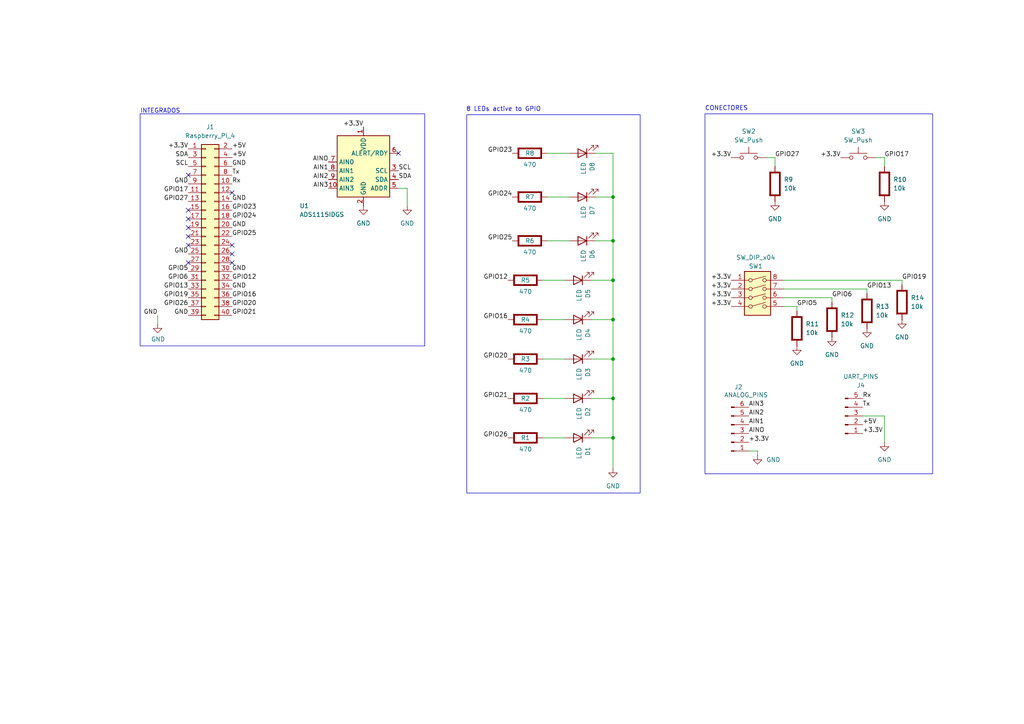
<source format=kicad_sch>
(kicad_sch (version 20231120) (generator "eeschema") (generator_version "8.0")
  (paper "A4")
  (lib_symbols
    (symbol "Analog_ADC:ADS1115IDGS"
      (property "Reference" "U1" (at -18.542 -10.16 0))
      (property "Value" "ADS1115IDGS" (at -18.542 -12.7 0))
      (symbol "ADS1115IDGS_0_1"
        (rectangle (start -7.62 10.16) (end 7.62 -7.62) (stroke (width 0.254)) (fill (type background)))
      )
      (symbol "ADS1115IDGS_1_1"
        (pin power_in line (at 0 12.7 270) (length 2.54) (name "VDD") (number "1"))
        (pin input line (at -10.16 -5.08 0) (length 2.54) (name "AIN3") (number "10"))
        (pin power_in line (at 0 -10.16 90) (length 2.54) (name "GND") (number "2"))
        (pin input line (at 10.16 0 180) (length 2.54) (name "SCL") (number "3"))
        (pin bidirectional line (at 10.16 -2.54 180) (length 2.54) (name "SDA") (number "4"))
        (pin input line (at 10.16 -5.08 180) (length 2.54) (name "ADDR") (number "5"))
        (pin output line (at 10.16 5.08 180) (length 2.54) (name "ALERT/RDY") (number "6"))
        (pin input line (at -10.16 2.54 0) (length 2.54) (name "AIN0") (number "7"))
        (pin input line (at -10.16 0 0) (length 2.54) (name "AIN1") (number "8"))
        (pin input line (at -10.16 -2.54 0) (length 2.54) (name "AIN2") (number "9"))
      )
    )
    (symbol "Connector:Conn_01x05_Pin" (pin_names (offset 1.016) hide)
      (property "Reference" "J" (at 0 7.62 0))
      (property "Value" "Conn_01x05_Pin" (at 0 -7.62 0))
      (symbol "Conn_01x05_Pin_1_1"
        (polyline (pts (xy 1.27 -5.08) (xy 0.8636 -5.08)) (stroke (width 0.1524)))
        (polyline (pts (xy 1.27 -2.54) (xy 0.8636 -2.54)) (stroke (width 0.1524)))
        (polyline (pts (xy 1.27 0) (xy 0.8636 0)) (stroke (width 0.1524)))
        (polyline (pts (xy 1.27 2.54) (xy 0.8636 2.54)) (stroke (width 0.1524)))
        (polyline (pts (xy 1.27 5.08) (xy 0.8636 5.08)) (stroke (width 0.1524)))
        (rectangle (start 0.8636 -4.953) (end 0 -5.207) (stroke (width 0.1524)) (fill (type outline)))
        (rectangle (start 0.8636 -2.413) (end 0 -2.667) (stroke (width 0.1524)) (fill (type outline)))
        (rectangle (start 0.8636 0.127) (end 0 -0.127) (stroke (width 0.1524)) (fill (type outline)))
        (rectangle (start 0.8636 2.667) (end 0 2.413) (stroke (width 0.1524)) (fill (type outline)))
        (rectangle (start 0.8636 5.207) (end 0 4.953) (stroke (width 0.1524)) (fill (type outline)))
        (pin passive line (at 5.08 5.08 180) (length 3.81) (name "Pin_1") (number "1"))
        (pin passive line (at 5.08 2.54 180) (length 3.81) (name "Pin_2") (number "2"))
        (pin passive line (at 5.08 0 180) (length 3.81) (name "Pin_3") (number "3"))
        (pin passive line (at 5.08 -2.54 180) (length 3.81) (name "Pin_4") (number "4"))
        (pin passive line (at 5.08 -5.08 180) (length 3.81) (name "Pin_5") (number "5"))
      )
    )
    (symbol "Connector:Conn_01x06_Pin" (pin_names (offset 1.016) hide)
      (property "Reference" "J" (at 0 7.62 0))
      (property "Value" "Conn_01x06_Pin" (at 0 -10.16 0))
      (symbol "Conn_01x06_Pin_1_1"
        (polyline (pts (xy 1.27 -7.62) (xy 0.8636 -7.62)) (stroke (width 0.1524)))
        (polyline (pts (xy 1.27 -5.08) (xy 0.8636 -5.08)) (stroke (width 0.1524)))
        (polyline (pts (xy 1.27 -2.54) (xy 0.8636 -2.54)) (stroke (width 0.1524)))
        (polyline (pts (xy 1.27 0) (xy 0.8636 0)) (stroke (width 0.1524)))
        (polyline (pts (xy 1.27 2.54) (xy 0.8636 2.54)) (stroke (width 0.1524)))
        (polyline (pts (xy 1.27 5.08) (xy 0.8636 5.08)) (stroke (width 0.1524)))
        (rectangle (start 0.8636 -7.493) (end 0 -7.747) (stroke (width 0.1524)) (fill (type outline)))
        (rectangle (start 0.8636 -4.953) (end 0 -5.207) (stroke (width 0.1524)) (fill (type outline)))
        (rectangle (start 0.8636 -2.413) (end 0 -2.667) (stroke (width 0.1524)) (fill (type outline)))
        (rectangle (start 0.8636 0.127) (end 0 -0.127) (stroke (width 0.1524)) (fill (type outline)))
        (rectangle (start 0.8636 2.667) (end 0 2.413) (stroke (width 0.1524)) (fill (type outline)))
        (rectangle (start 0.8636 5.207) (end 0 4.953) (stroke (width 0.1524)) (fill (type outline)))
        (pin passive line (at 5.08 5.08 180) (length 3.81) (name "Pin_1") (number "1"))
        (pin passive line (at 5.08 2.54 180) (length 3.81) (name "Pin_2") (number "2"))
        (pin passive line (at 5.08 0 180) (length 3.81) (name "Pin_3") (number "3"))
        (pin passive line (at 5.08 -2.54 180) (length 3.81) (name "Pin_4") (number "4"))
        (pin passive line (at 5.08 -5.08 180) (length 3.81) (name "Pin_5") (number "5"))
        (pin passive line (at 5.08 -7.62 180) (length 3.81) (name "Pin_6") (number "6"))
      )
    )
    (symbol "Connector_Generic:Conn_02x20_Odd_Even" (pin_names (offset 1.016) hide)
      (property "Reference" "J" (at 1.27 25.4 0))
      (property "Value" "Conn_02x20_Odd_Even" (at 1.27 -27.94 0))
      (symbol "Conn_02x20_Odd_Even_1_1"
        (rectangle (start -1.27 -25.273) (end 0 -25.527) (stroke (width 0.1524)))
        (rectangle (start -1.27 -22.733) (end 0 -22.987) (stroke (width 0.1524)))
        (rectangle (start -1.27 -20.193) (end 0 -20.447) (stroke (width 0.1524)))
        (rectangle (start -1.27 -17.653) (end 0 -17.907) (stroke (width 0.1524)))
        (rectangle (start -1.27 -15.113) (end 0 -15.367) (stroke (width 0.1524)))
        (rectangle (start -1.27 -12.573) (end 0 -12.827) (stroke (width 0.1524)))
        (rectangle (start -1.27 -10.033) (end 0 -10.287) (stroke (width 0.1524)))
        (rectangle (start -1.27 -7.493) (end 0 -7.747) (stroke (width 0.1524)))
        (rectangle (start -1.27 -4.953) (end 0 -5.207) (stroke (width 0.1524)))
        (rectangle (start -1.27 -2.413) (end 0 -2.667) (stroke (width 0.1524)))
        (rectangle (start -1.27 0.127) (end 0 -0.127) (stroke (width 0.1524)))
        (rectangle (start -1.27 2.667) (end 0 2.413) (stroke (width 0.1524)))
        (rectangle (start -1.27 5.207) (end 0 4.953) (stroke (width 0.1524)))
        (rectangle (start -1.27 7.747) (end 0 7.493) (stroke (width 0.1524)))
        (rectangle (start -1.27 10.287) (end 0 10.033) (stroke (width 0.1524)))
        (rectangle (start -1.27 12.827) (end 0 12.573) (stroke (width 0.1524)))
        (rectangle (start -1.27 15.367) (end 0 15.113) (stroke (width 0.1524)))
        (rectangle (start -1.27 17.907) (end 0 17.653) (stroke (width 0.1524)))
        (rectangle (start -1.27 20.447) (end 0 20.193) (stroke (width 0.1524)))
        (rectangle (start -1.27 22.987) (end 0 22.733) (stroke (width 0.1524)))
        (rectangle (start -1.27 24.13) (end 3.81 -26.67) (stroke (width 0.254)) (fill (type background)))
        (rectangle (start 3.81 -25.273) (end 2.54 -25.527) (stroke (width 0.1524)))
        (rectangle (start 3.81 -22.733) (end 2.54 -22.987) (stroke (width 0.1524)))
        (rectangle (start 3.81 -20.193) (end 2.54 -20.447) (stroke (width 0.1524)))
        (rectangle (start 3.81 -17.653) (end 2.54 -17.907) (stroke (width 0.1524)))
        (rectangle (start 3.81 -15.113) (end 2.54 -15.367) (stroke (width 0.1524)))
        (rectangle (start 3.81 -12.573) (end 2.54 -12.827) (stroke (width 0.1524)))
        (rectangle (start 3.81 -10.033) (end 2.54 -10.287) (stroke (width 0.1524)))
        (rectangle (start 3.81 -7.493) (end 2.54 -7.747) (stroke (width 0.1524)))
        (rectangle (start 3.81 -4.953) (end 2.54 -5.207) (stroke (width 0.1524)))
        (rectangle (start 3.81 -2.413) (end 2.54 -2.667) (stroke (width 0.1524)))
        (rectangle (start 3.81 0.127) (end 2.54 -0.127) (stroke (width 0.1524)))
        (rectangle (start 3.81 2.667) (end 2.54 2.413) (stroke (width 0.1524)))
        (rectangle (start 3.81 5.207) (end 2.54 4.953) (stroke (width 0.1524)))
        (rectangle (start 3.81 7.747) (end 2.54 7.493) (stroke (width 0.1524)))
        (rectangle (start 3.81 10.287) (end 2.54 10.033) (stroke (width 0.1524)))
        (rectangle (start 3.81 12.827) (end 2.54 12.573) (stroke (width 0.1524)))
        (rectangle (start 3.81 15.367) (end 2.54 15.113) (stroke (width 0.1524)))
        (rectangle (start 3.81 17.907) (end 2.54 17.653) (stroke (width 0.1524)))
        (rectangle (start 3.81 20.447) (end 2.54 20.193) (stroke (width 0.1524)))
        (rectangle (start 3.81 22.987) (end 2.54 22.733) (stroke (width 0.1524)))
        (pin passive line (at -5.08 22.86 0) (length 3.81) (name "Pin_1") (number "1"))
        (pin passive line (at 7.62 12.7 180) (length 3.81) (name "Pin_10") (number "10"))
        (pin passive line (at -5.08 10.16 0) (length 3.81) (name "Pin_11") (number "11"))
        (pin passive line (at 7.62 10.16 180) (length 3.81) (name "Pin_12") (number "12"))
        (pin passive line (at -5.08 7.62 0) (length 3.81) (name "Pin_13") (number "13"))
        (pin passive line (at 7.62 7.62 180) (length 3.81) (name "Pin_14") (number "14"))
        (pin passive line (at -5.08 5.08 0) (length 3.81) (name "Pin_15") (number "15"))
        (pin passive line (at 7.62 5.08 180) (length 3.81) (name "Pin_16") (number "16"))
        (pin passive line (at -5.08 2.54 0) (length 3.81) (name "Pin_17") (number "17"))
        (pin passive line (at 7.62 2.54 180) (length 3.81) (name "Pin_18") (number "18"))
        (pin passive line (at -5.08 0 0) (length 3.81) (name "Pin_19") (number "19"))
        (pin passive line (at 7.62 22.86 180) (length 3.81) (name "Pin_2") (number "2"))
        (pin passive line (at 7.62 0 180) (length 3.81) (name "Pin_20") (number "20"))
        (pin passive line (at -5.08 -2.54 0) (length 3.81) (name "Pin_21") (number "21"))
        (pin passive line (at 7.62 -2.54 180) (length 3.81) (name "Pin_22") (number "22"))
        (pin passive line (at -5.08 -5.08 0) (length 3.81) (name "Pin_23") (number "23"))
        (pin passive line (at 7.62 -5.08 180) (length 3.81) (name "Pin_24") (number "24"))
        (pin passive line (at -5.08 -7.62 0) (length 3.81) (name "Pin_25") (number "25"))
        (pin passive line (at 7.62 -7.62 180) (length 3.81) (name "Pin_26") (number "26"))
        (pin passive line (at -5.08 -10.16 0) (length 3.81) (name "Pin_27") (number "27"))
        (pin passive line (at 7.62 -10.16 180) (length 3.81) (name "Pin_28") (number "28"))
        (pin passive line (at -5.08 -12.7 0) (length 3.81) (name "Pin_29") (number "29"))
        (pin passive line (at -5.08 20.32 0) (length 3.81) (name "Pin_3") (number "3"))
        (pin passive line (at 7.62 -12.7 180) (length 3.81) (name "Pin_30") (number "30"))
        (pin passive line (at -5.08 -15.24 0) (length 3.81) (name "Pin_31") (number "31"))
        (pin passive line (at 7.62 -15.24 180) (length 3.81) (name "Pin_32") (number "32"))
        (pin passive line (at -5.08 -17.78 0) (length 3.81) (name "Pin_33") (number "33"))
        (pin passive line (at 7.62 -17.78 180) (length 3.81) (name "Pin_34") (number "34"))
        (pin passive line (at -5.08 -20.32 0) (length 3.81) (name "Pin_35") (number "35"))
        (pin passive line (at 7.62 -20.32 180) (length 3.81) (name "Pin_36") (number "36"))
        (pin passive line (at -5.08 -22.86 0) (length 3.81) (name "Pin_37") (number "37"))
        (pin passive line (at 7.62 -22.86 180) (length 3.81) (name "Pin_38") (number "38"))
        (pin passive line (at -5.08 -25.4 0) (length 3.81) (name "Pin_39") (number "39"))
        (pin passive line (at 7.62 20.32 180) (length 3.81) (name "Pin_4") (number "4"))
        (pin passive line (at 7.62 -25.4 180) (length 3.81) (name "Pin_40") (number "40"))
        (pin passive line (at -5.08 17.78 0) (length 3.81) (name "Pin_5") (number "5"))
        (pin passive line (at 7.62 17.78 180) (length 3.81) (name "Pin_6") (number "6"))
        (pin passive line (at -5.08 15.24 0) (length 3.81) (name "Pin_7") (number "7"))
        (pin passive line (at 7.62 15.24 180) (length 3.81) (name "Pin_8") (number "8"))
        (pin passive line (at -5.08 12.7 0) (length 3.81) (name "Pin_9") (number "9"))
      )
    )
    (symbol "Device:LED" (pin_numbers hide) (pin_names (offset 1.016) hide)
      (property "Reference" "D" (at 0 2.54 0))
      (property "Value" "LED" (at 0 -2.54 0))
      (symbol "LED_0_1"
        (polyline (pts (xy -1.27 -1.27) (xy -1.27 1.27)) (stroke (width 0.254)))
        (polyline (pts (xy -1.27 0) (xy 1.27 0)))
        (polyline (pts (xy 1.27 -1.27) (xy 1.27 1.27) (xy -1.27 0) (xy 1.27 -1.27)) (stroke (width 0.254)))
        (polyline (pts (xy -3.048 -0.762) (xy -4.572 -2.286) (xy -3.81 -2.286) (xy -4.572 -2.286) (xy -4.572 -1.524)))
        (polyline (pts (xy -1.778 -0.762) (xy -3.302 -2.286) (xy -2.54 -2.286) (xy -3.302 -2.286) (xy -3.302 -1.524)))
      )
      (symbol "LED_1_1"
        (pin passive line (at -3.81 0 0) (length 2.54) (name "K") (number "1"))
        (pin passive line (at 3.81 0 180) (length 2.54) (name "A") (number "2"))
      )
    )
    (symbol "GND_1" (power) (pin_numbers hide) (pin_names (offset 0) hide)
      (property "Value" "GND" (at 0 -3.81 0))
      (symbol "GND_1_0_1"
        (polyline (pts (xy 0 0) (xy 0 -1.27) (xy 1.27 -1.27) (xy 0 -2.54) (xy -1.27 -1.27) (xy 0 -1.27)))
      )
      (symbol "GND_1_1_1"
        (pin power_in line (at 0 0 270) (length 0) (name "~") (number "1"))
      )
    )
    (symbol "PCM_Elektuur:R" (pin_numbers hide) (pin_names (offset 0) hide)
      (property "Reference" "R" (at 2.54 3.175 0))
      (property "Value" "R" (at 0 0 90))
      (symbol "R_1_1"
        (polyline (pts (xy -1.524 -3.429) (xy 1.524 -3.429) (xy 1.524 3.429) (xy -1.524 3.429) (xy -1.524 -3.429) (xy -1.27 -3.175) (xy -1.27 3.175) (xy 1.27 3.175) (xy 1.27 -3.175) (xy -1.27 -3.175) (xy -1.524 -3.429)) (stroke (width 0.254)) (fill (type outline)))
        (pin passive line (at 0 5.08 270) (length 1.651) (name "+") (number "1"))
        (pin passive line (at 0 -5.08 90) (length 1.651) (name "-") (number "2"))
      )
      (symbol "R_1_2"
        (polyline (pts (xy -0.508 -3.429) (xy 1.524 -3.429) (xy 1.524 3.429) (xy -0.508 3.429) (xy -0.508 3.175) (xy 1.27 3.175) (xy 1.27 -3.175) (xy -0.508 -3.175) (xy -0.508 -3.429)) (stroke (width 0.254)) (fill (type outline)))
        (pin passive line (at 0 5.08 270) (length 1.651) (name "+") (number "1"))
        (pin passive line (at 0 -5.08 90) (length 1.651) (name "-") (number "2"))
      )
      (symbol "R_1_3"
        (polyline (pts (xy 0 3.4798) (xy 0 3.2004) (xy 0.7112 2.794) (xy -1.1938 1.6764) (xy 0.7112 0.5588) (xy -1.1938 -0.5588) (xy 0.7112 -1.6764) (xy -1.1938 -2.794) (xy 0 -3.4798) (xy 0 -3.2004) (xy -0.7112 -2.794) (xy 1.1938 -1.6764) (xy -0.7112 -0.5588) (xy 1.1938 0.5588) (xy -0.7112 1.6764) (xy 1.1938 2.794) (xy 0 3.4798)) (stroke (width 0.254)) (fill (type outline)))
        (pin passive line (at 0 5.08 270) (length 1.6002) (name "+") (number "1"))
        (pin passive line (at 0 -5.08 90) (length 1.6002) (name "-") (number "2"))
      )
      (symbol "R_1_4"
        (polyline (pts (xy 0 4.5466) (xy 0 4.2672) (xy 0.0508 4.2418) (xy 1.016 3.683) (xy -1.524 2.2098) (xy 1.016 0.7366) (xy -1.524 -0.7366) (xy 1.016 -2.2098) (xy -1.524 -3.683) (xy -0.0762 -4.5212) (xy 0 -4.5466) (xy 0 -4.2672) (xy -0.0508 -4.2418) (xy -1.016 -3.683) (xy 1.524 -2.2098) (xy -1.016 -0.7366) (xy 1.524 0.7366) (xy -1.016 2.2098) (xy 1.524 3.683) (xy 0.0762 4.5212) (xy 0 4.5466)) (stroke (width 0.254)) (fill (type outline)))
        (pin passive line (at 0 5.08 270) (length 0.5334) (name "+") (number "1"))
        (pin passive line (at 0 -5.08 90) (length 0.5334) (name "-") (number "2"))
      )
    )
    (symbol "Switch:SW_DIP_x04" (pin_names (offset 0) hide)
      (property "Reference" "SW" (at 0 8.89 0))
      (property "Value" "SW_DIP_x04" (at 0 -6.35 0))
      (symbol "SW_DIP_x04_0_0"
        (circle (center -2.032 -2.54) (radius 0.508))
        (circle (center -2.032 0) (radius 0.508))
        (circle (center -2.032 2.54) (radius 0.508))
        (circle (center -2.032 5.08) (radius 0.508))
        (polyline (pts (xy -1.524 -2.3876) (xy 2.3622 -1.3462)))
        (polyline (pts (xy -1.524 0.127) (xy 2.3622 1.1684)))
        (polyline (pts (xy -1.524 2.667) (xy 2.3622 3.7084)))
        (polyline (pts (xy -1.524 5.207) (xy 2.3622 6.2484)))
        (circle (center 2.032 -2.54) (radius 0.508))
        (circle (center 2.032 0) (radius 0.508))
        (circle (center 2.032 2.54) (radius 0.508))
        (circle (center 2.032 5.08) (radius 0.508))
      )
      (symbol "SW_DIP_x04_0_1"
        (rectangle (start -3.81 7.62) (end 3.81 -5.08) (stroke (width 0.254)) (fill (type background)))
      )
      (symbol "SW_DIP_x04_1_1"
        (pin passive line (at -7.62 5.08 0) (length 5.08) (name "~") (number "1"))
        (pin passive line (at -7.62 2.54 0) (length 5.08) (name "~") (number "2"))
        (pin passive line (at -7.62 0 0) (length 5.08) (name "~") (number "3"))
        (pin passive line (at -7.62 -2.54 0) (length 5.08) (name "~") (number "4"))
        (pin passive line (at 7.62 -2.54 180) (length 5.08) (name "~") (number "5"))
        (pin passive line (at 7.62 0 180) (length 5.08) (name "~") (number "6"))
        (pin passive line (at 7.62 2.54 180) (length 5.08) (name "~") (number "7"))
        (pin passive line (at 7.62 5.08 180) (length 5.08) (name "~") (number "8"))
      )
    )
    (symbol "Switch:SW_Push" (pin_numbers hide) (pin_names (offset 1.016) hide)
      (property "Reference" "SW" (at 1.27 2.54 0))
      (property "Value" "SW_Push" (at 0 -1.524 0))
      (symbol "SW_Push_0_1"
        (circle (center -2.032 0) (radius 0.508))
        (polyline (pts (xy 0 1.27) (xy 0 3.048)))
        (polyline (pts (xy 2.54 1.27) (xy -2.54 1.27)))
        (circle (center 2.032 0) (radius 0.508))
        (pin passive line (at -5.08 0 0) (length 2.54) (name "1") (number "1"))
        (pin passive line (at 5.08 0 180) (length 2.54) (name "2") (number "2"))
      )
    )
    (symbol "power:GND" (power) (pin_names (offset 0))
      (property "Value" "GND" (at 0 -3.81 0))
      (symbol "GND_0_1"
        (polyline (pts (xy 0 0) (xy 0 -1.27) (xy 1.27 -1.27) (xy 0 -2.54) (xy -1.27 -1.27) (xy 0 -1.27)))
      )
      (symbol "GND_1_1"
        (pin power_in line (at 0 0 270) (length 0) hide (name "GND") (number "1"))
      )
    )
  )
  (junction (at 177.8 69.85))
  (junction (at 177.8 127))
  (junction (at 177.8 81.28))
  (junction (at 177.8 92.71))
  (junction (at 177.8 104.14))
  (junction (at 177.8 115.57))
  (junction (at 177.8 57.15))
  (no_connect (at 115.57 44.45))
  (no_connect (at 54.61 63.5))
  (no_connect (at 67.31 73.66))
  (no_connect (at 54.61 66.04))
  (no_connect (at 54.61 76.2))
  (no_connect (at 67.31 76.2))
  (no_connect (at 54.61 71.12))
  (no_connect (at 67.31 71.12))
  (no_connect (at 54.61 60.96))
  (no_connect (at 67.31 55.88))
  (no_connect (at 54.61 68.58))
  (no_connect (at 54.61 50.8))
  (wire (pts (xy 256.54 48.26) (xy 256.54 45.72)))
  (wire (pts (xy 224.79 45.72) (xy 222.25 45.72)))
  (wire (pts (xy 171.45 81.28) (xy 177.8 81.28)))
  (wire (pts (xy 177.8 92.71) (xy 177.8 104.14)))
  (wire (pts (xy 217.17 130.81) (xy 219.71 130.81)))
  (wire (pts (xy 231.14 88.9) (xy 231.14 90.17)))
  (wire (pts (xy 171.45 127) (xy 177.8 127)))
  (wire (pts (xy 177.8 115.57) (xy 177.8 127)))
  (wire (pts (xy 157.48 92.71) (xy 163.83 92.71)))
  (wire (pts (xy 172.72 57.15) (xy 177.8 57.15)))
  (wire (pts (xy 227.33 83.82) (xy 251.46 83.82)))
  (wire (pts (xy 227.33 86.36) (xy 241.3 86.36)))
  (wire (pts (xy 177.8 57.15) (xy 177.8 69.85)))
  (wire (pts (xy 251.46 83.82) (xy 251.46 85.09)))
  (wire (pts (xy 171.45 92.71) (xy 177.8 92.71)))
  (wire (pts (xy 171.45 115.57) (xy 177.8 115.57)))
  (wire (pts (xy 177.8 69.85) (xy 177.8 81.28)))
  (wire (pts (xy 227.33 81.28) (xy 261.62 81.28)))
  (wire (pts (xy 45.72 91.44) (xy 45.72 93.98)))
  (wire (pts (xy 157.48 115.57) (xy 163.83 115.57)))
  (wire (pts (xy 172.72 69.85) (xy 177.8 69.85)))
  (wire (pts (xy 177.8 57.15) (xy 177.8 44.45)))
  (wire (pts (xy 115.57 54.61) (xy 118.11 54.61)))
  (wire (pts (xy 219.71 130.81) (xy 219.71 132.08)))
  (wire (pts (xy 261.62 81.28) (xy 261.62 82.55)))
  (wire (pts (xy 227.33 88.9) (xy 231.14 88.9)))
  (wire (pts (xy 177.8 104.14) (xy 177.8 115.57)))
  (wire (pts (xy 158.75 69.85) (xy 165.1 69.85)))
  (wire (pts (xy 177.8 44.45) (xy 172.72 44.45)))
  (wire (pts (xy 118.11 54.61) (xy 118.11 59.69)))
  (wire (pts (xy 256.54 45.72) (xy 254 45.72)))
  (wire (pts (xy 256.54 120.65) (xy 256.54 128.27)))
  (wire (pts (xy 177.8 127) (xy 177.8 135.89)))
  (wire (pts (xy 157.48 81.28) (xy 163.83 81.28)))
  (wire (pts (xy 158.75 57.15) (xy 165.1 57.15)))
  (wire (pts (xy 171.45 104.14) (xy 177.8 104.14)))
  (wire (pts (xy 241.3 86.36) (xy 241.3 87.63)))
  (wire (pts (xy 250.19 120.65) (xy 256.54 120.65)))
  (wire (pts (xy 177.8 81.28) (xy 177.8 92.71)))
  (wire (pts (xy 224.79 48.26) (xy 224.79 45.72)))
  (wire (pts (xy 158.75 44.45) (xy 165.1 44.45)))
  (wire (pts (xy 157.48 127) (xy 163.83 127)))
  (wire (pts (xy 157.48 104.14) (xy 163.83 104.14)))
  (rectangle (start 40.64 33.02) (end 123.19 100.33))
  (rectangle (start 135.382 33.274) (end 185.674 143.002))
  (rectangle (start 204.47 33.02) (end 270.51 137.414))
  (text "8 LEDs active to GPIO\n" (at 146.05 31.75 0) (effects (font (size 1.27 1.27))))
  (text "CONECTORES" (at 204.47 32.258 0) (effects (font (size 1.27 1.27)) (justify left bottom)))
  (text "INTEGRADOS" (at 40.64 33.02 0) (effects (font (size 1.27 1.27)) (justify left bottom)))
  (label "+5V" (at 250.19 123.19 0))
  (label "SCL" (at 115.57 49.53 0))
  (label "AIN3" (at 95.25 54.61 180))
  (label "AIN2" (at 95.25 52.07 180))
  (label "GPIO16" (at 147.32 92.71 180))
  (label "GPIO19" (at 54.61 86.36 180))
  (label "+3.3V" (at 105.41 36.83 180))
  (label "GPIO17" (at 256.54 45.72 0))
  (label "AIN3" (at 217.17 118.11 0))
  (label "GPIO19" (at 261.62 81.28 0))
  (label "GND" (at 67.31 48.26 0))
  (label "GPIO6" (at 54.61 81.28 180))
  (label "AIN2" (at 217.17 120.65 0))
  (label "GPIO24" (at 148.59 57.15 180))
  (label "AINO" (at 217.17 125.73 0))
  (label "+5V" (at 67.31 45.72 0))
  (label "GPIO27" (at 224.79 45.72 0))
  (label "GND" (at 54.61 53.34 180))
  (label "GPIO25" (at 67.31 68.58 0))
  (label "GND" (at 67.31 83.82 0))
  (label "+3.3V" (at 54.61 43.18 180))
  (label "GPIO5" (at 231.14 88.9 0))
  (label "+3.3V" (at 212.09 81.28 180))
  (label "GPIO25" (at 148.59 69.85 180))
  (label "GND" (at 67.31 78.74 0))
  (label "Rx" (at 67.31 53.34 0))
  (label "+3.3V" (at 217.17 128.27 0))
  (label "GND" (at 67.31 66.04 0))
  (label "GND" (at 45.72 91.44 180))
  (label "Rx" (at 250.19 115.57 0))
  (label "GPIO20" (at 147.32 104.14 180))
  (label "GND" (at 54.61 91.44 180))
  (label "SDA" (at 115.57 52.07 0))
  (label "SCL" (at 54.61 48.26 180))
  (label "GPIO5" (at 54.61 78.74 180))
  (label "GPIO23" (at 67.31 60.96 0))
  (label "GPIO13" (at 251.46 83.82 0))
  (label "AINO" (at 95.25 46.99 180))
  (label "+3.3V" (at 212.09 88.9 180))
  (label "GPIO21" (at 67.31 91.44 0))
  (label "Tx" (at 67.31 50.8 0))
  (label "Tx" (at 250.19 118.11 0))
  (label "AIN1" (at 217.17 123.19 0))
  (label "SDA" (at 54.61 45.72 180))
  (label "+3.3V" (at 212.09 83.82 180))
  (label "AIN1" (at 95.25 49.53 180))
  (label "GND" (at 67.31 58.42 0))
  (label "+5V" (at 67.31 43.18 0))
  (label "+3.3V" (at 250.19 125.73 0))
  (label "GPIO17" (at 54.61 55.88 180))
  (label "GPIO23" (at 148.59 44.45 180))
  (label "GPIO27" (at 54.61 58.42 180))
  (label "GPIO24" (at 67.31 63.5 0))
  (label "+3.3V" (at 243.84 45.72 180))
  (label "GPIO16" (at 67.31 86.36 0))
  (label "GPIO12" (at 147.32 81.28 180))
  (label "GPIO12" (at 67.31 81.28 0))
  (label "+3.3V" (at 212.09 45.72 180))
  (label "GPIO13" (at 54.61 83.82 180))
  (label "+3.3V" (at 212.09 86.36 180))
  (label "GPIO21" (at 147.32 115.57 180))
  (label "GPIO26" (at 54.61 88.9 180))
  (label "GPIO6" (at 241.3 86.36 0))
  (label "GPIO26" (at 147.32 127 180))
  (label "GPIO20" (at 67.31 88.9 0))
  (label "GND" (at 54.61 73.66 180))
  (symbol (lib_name "GND_1") (lib_id "power:GND") (at 118.11 59.69 0) (unit 1)
    (property "Reference" "#PWR011" (effects (hide yes)))
    (property "Value" "GND" (at 118.11 64.77 0))
    (property "Description" "Power symbol creates a global label with name \"GND\" , ground" (effects (hide yes)))
  )
  (symbol (lib_name "GND_1") (lib_id "power:GND") (at 251.46 95.25 0) (unit 1)
    (property "Reference" "#PWR07" (effects (hide yes)))
    (property "Value" "GND" (at 251.46 100.33 0))
    (property "Description" "Power symbol creates a global label with name \"GND\" , ground" (effects (hide yes)))
  )
  (symbol (lib_name "GND_1") (lib_id "power:GND") (at 177.8 135.89 0) (unit 1)
    (property "Reference" "#PWR02" (effects (hide yes)))
    (property "Value" "GND" (at 177.8 140.97 0))
    (property "Description" "Power symbol creates a global label with name \"GND\" , ground" (effects (hide yes)))
  )
  (symbol (lib_name "GND_1") (lib_id "power:GND") (at 105.41 59.69 0) (unit 1)
    (property "Reference" "#PWR09" (effects (hide yes)))
    (property "Value" "GND" (at 105.41 64.77 0))
    (property "Description" "Power symbol creates a global label with name \"GND\" , ground" (effects (hide yes)))
  )
  (symbol (lib_id "PCM_Elektuur:R") (at 152.4 127 270) (unit 1)
    (property "Reference" "R1" (at 152.4 127 90))
    (property "Value" "470" (at 152.4 130.302 90))
    (property "Footprint" "Resistor_THT:R_Axial_DIN0207_L6.3mm_D2.5mm_P7.62mm_Horizontal" (effects (hide yes)))
    (property "Description" "resistor" (effects (hide yes)))
    (property "Indicator" "+" (effects (hide yes)))
    (property "Rating" "W" (effects (hide yes)))
  )
  (symbol (lib_id "PCM_Elektuur:R") (at 152.4 104.14 270) (unit 1)
    (property "Reference" "R3" (at 152.4 104.14 90))
    (property "Value" "470" (at 152.4 107.442 90))
    (property "Footprint" "Resistor_THT:R_Axial_DIN0207_L6.3mm_D2.5mm_P7.62mm_Horizontal" (effects (hide yes)))
    (property "Description" "resistor" (effects (hide yes)))
    (property "Indicator" "+" (effects (hide yes)))
    (property "Rating" "W" (effects (hide yes)))
  )
  (symbol (lib_id "Connector:Conn_01x05_Pin") (at 245.11 120.65 0) (mirror x) (unit 1)
    (property "Reference" "J4" (at 249.682 111.76 0))
    (property "Value" "UART_PINS" (at 249.682 109.22 0))
    (property "Footprint" "Connector_PinSocket_2.54mm:PinSocket_1x05_P2.54mm_Vertical" (effects (hide yes)))
    (property "Description" "Generic connector, single row, 01x05, script generated" (effects (hide yes)))
  )
  (symbol (lib_id "PCM_Elektuur:R") (at 152.4 81.28 270) (unit 1)
    (property "Reference" "R5" (at 152.4 81.28 90))
    (property "Value" "470" (at 152.4 84.582 90))
    (property "Footprint" "Resistor_THT:R_Axial_DIN0207_L6.3mm_D2.5mm_P7.62mm_Horizontal" (effects (hide yes)))
    (property "Description" "resistor" (effects (hide yes)))
    (property "Indicator" "+" (effects (hide yes)))
    (property "Rating" "W" (effects (hide yes)))
  )
  (symbol (lib_id "Connector:Conn_01x06_Pin") (at 212.09 125.73 0) (mirror x) (unit 1)
    (property "Reference" "J2" (at 215.392 112.268 0) (effects (justify right)))
    (property "Value" "ANALOG_PINS" (at 222.758 114.554 0) (effects (justify right)))
    (property "Footprint" "Connector_PinSocket_2.54mm:PinSocket_1x06_P2.54mm_Vertical" (effects (hide yes)))
    (property "Description" "Generic connector, single row, 01x06, script generated" (effects (hide yes)))
  )
  (symbol (lib_id "PCM_Elektuur:R") (at 153.67 69.85 270) (unit 1)
    (property "Reference" "R6" (at 153.67 69.85 90))
    (property "Value" "470" (at 153.67 73.152 90))
    (property "Footprint" "Resistor_THT:R_Axial_DIN0207_L6.3mm_D2.5mm_P7.62mm_Horizontal" (effects (hide yes)))
    (property "Description" "resistor" (effects (hide yes)))
    (property "Indicator" "+" (effects (hide yes)))
    (property "Rating" "W" (effects (hide yes)))
  )
  (symbol (lib_id "PCM_Elektuur:R") (at 152.4 115.57 270) (unit 1)
    (property "Reference" "R2" (at 152.4 115.57 90))
    (property "Value" "470" (at 152.4 118.872 90))
    (property "Footprint" "Resistor_THT:R_Axial_DIN0207_L6.3mm_D2.5mm_P7.62mm_Horizontal" (effects (hide yes)))
    (property "Description" "resistor" (effects (hide yes)))
    (property "Indicator" "+" (effects (hide yes)))
    (property "Rating" "W" (effects (hide yes)))
  )
  (symbol (lib_id "Switch:SW_Push") (at 217.17 45.72 0) (unit 1)
    (property "Reference" "SW2" (at 217.17 38.1 0))
    (property "Value" "SW_Push" (at 217.17 40.64 0))
    (property "Footprint" "Button_Switch_THT:SW_PUSH_6mm_H9.5mm" (effects (hide yes)))
    (property "Description" "Push button switch, generic, two pins" (effects (hide yes)))
  )
  (symbol (lib_id "PCM_Elektuur:R") (at 153.67 44.45 270) (unit 1)
    (property "Reference" "R8" (at 153.67 44.45 90))
    (property "Value" "470" (at 153.67 47.752 90))
    (property "Footprint" "Resistor_THT:R_Axial_DIN0207_L6.3mm_D2.5mm_P7.62mm_Horizontal" (effects (hide yes)))
    (property "Description" "resistor" (effects (hide yes)))
    (property "Indicator" "+" (effects (hide yes)))
    (property "Rating" "W" (effects (hide yes)))
  )
  (symbol (lib_name "GND_1") (lib_id "power:GND") (at 224.79 58.42 0) (unit 1)
    (property "Reference" "#PWR03" (effects (hide yes)))
    (property "Value" "GND" (at 224.79 63.5 0))
    (property "Description" "Power symbol creates a global label with name \"GND\" , ground" (effects (hide yes)))
  )
  (symbol (lib_id "Switch:SW_Push") (at 248.92 45.72 0) (unit 1)
    (property "Reference" "SW3" (at 248.92 38.1 0))
    (property "Value" "SW_Push" (at 248.92 40.64 0))
    (property "Footprint" "Button_Switch_THT:SW_PUSH_6mm_H9.5mm" (effects (hide yes)))
    (property "Description" "Push button switch, generic, two pins" (effects (hide yes)))
  )
  (symbol (lib_name "GND_1") (lib_id "power:GND") (at 256.54 128.27 0) (unit 1)
    (property "Reference" "#PWR012" (effects (hide yes)))
    (property "Value" "GND" (at 256.54 133.35 0))
    (property "Description" "Power symbol creates a global label with name \"GND\" , ground" (effects (hide yes)))
  )
  (symbol (lib_name "GND_1") (lib_id "power:GND") (at 261.62 92.71 0) (unit 1)
    (property "Reference" "#PWR08" (effects (hide yes)))
    (property "Value" "GND" (at 261.62 97.79 0))
    (property "Description" "Power symbol creates a global label with name \"GND\" , ground" (effects (hide yes)))
  )
  (symbol (lib_id "PCM_Elektuur:R") (at 251.46 90.17 0) (unit 1)
    (property "Reference" "R13" (at 254 88.8999 0) (effects (justify left)))
    (property "Value" "10k" (at 254 91.4399 0) (effects (justify left)))
    (property "Footprint" "Resistor_THT:R_Axial_DIN0207_L6.3mm_D2.5mm_P7.62mm_Horizontal" (effects (hide yes)))
    (property "Description" "resistor" (effects (hide yes)))
    (property "Indicator" "+" (effects (hide yes)))
    (property "Rating" "W" (effects (hide yes)))
  )
  (symbol (lib_name "GND_1") (lib_id "power:GND") (at 241.3 97.79 0) (unit 1)
    (property "Reference" "#PWR06" (effects (hide yes)))
    (property "Value" "GND" (at 241.3 102.87 0))
    (property "Description" "Power symbol creates a global label with name \"GND\" , ground" (effects (hide yes)))
  )
  (symbol (lib_id "PCM_Elektuur:R") (at 231.14 95.25 0) (unit 1)
    (property "Reference" "R11" (at 233.68 93.9799 0) (effects (justify left)))
    (property "Value" "10k" (at 233.68 96.5199 0) (effects (justify left)))
    (property "Footprint" "Resistor_THT:R_Axial_DIN0207_L6.3mm_D2.5mm_P7.62mm_Horizontal" (effects (hide yes)))
    (property "Description" "resistor" (effects (hide yes)))
    (property "Indicator" "+" (effects (hide yes)))
    (property "Rating" "W" (effects (hide yes)))
  )
  (symbol (lib_id "Switch:SW_DIP_x04") (at 219.71 86.36 0) (unit 1)
    (property "Reference" "SW1" (at 219.202 77.216 0))
    (property "Value" "SW_DIP_x04" (at 219.202 74.676 0))
    (property "Footprint" "Button_Switch_THT:SW_DIP_SPSTx04_Slide_6.7x11.72mm_W7.62mm_P2.54mm_LowProfile" (effects (hide yes)))
    (property "Description" "4x DIP Switch, Single Pole Single Throw (SPST) switch, small symbol" (effects (hide yes)))
  )
  (symbol (lib_id "PCM_Elektuur:R") (at 256.54 53.34 0) (unit 1)
    (property "Reference" "R10" (at 259.08 52.0699 0) (effects (justify left)))
    (property "Value" "10k" (at 259.08 54.6099 0) (effects (justify left)))
    (property "Footprint" "Resistor_THT:R_Axial_DIN0207_L6.3mm_D2.5mm_P7.62mm_Horizontal" (effects (hide yes)))
    (property "Description" "resistor" (effects (hide yes)))
    (property "Indicator" "+" (effects (hide yes)))
    (property "Rating" "W" (effects (hide yes)))
  )
  (symbol (lib_id "PCM_Elektuur:R") (at 241.3 92.71 0) (unit 1)
    (property "Reference" "R12" (at 243.84 91.4399 0) (effects (justify left)))
    (property "Value" "10k" (at 243.84 93.9799 0) (effects (justify left)))
    (property "Footprint" "Resistor_THT:R_Axial_DIN0207_L6.3mm_D2.5mm_P7.62mm_Horizontal" (effects (hide yes)))
    (property "Description" "resistor" (effects (hide yes)))
    (property "Indicator" "+" (effects (hide yes)))
    (property "Rating" "W" (effects (hide yes)))
  )
  (symbol (lib_id "Device:LED") (at 168.91 57.15 180) (unit 1)
    (property "Reference" "D7" (at 171.7676 59.69 90) (effects (justify left)))
    (property "Value" "LED" (at 169.2276 59.69 90) (effects (justify left)))
    (property "Footprint" "LED_THT:LED_D5.0mm" (effects (hide yes)))
    (property "Description" "Light emitting diode" (effects (hide yes)))
  )
  (symbol (lib_name "GND_1") (lib_id "power:GND") (at 231.14 100.33 0) (unit 1)
    (property "Reference" "#PWR05" (effects (hide yes)))
    (property "Value" "GND" (at 231.14 105.41 0))
    (property "Description" "Power symbol creates a global label with name \"GND\" , ground" (effects (hide yes)))
  )
  (symbol (lib_id "Device:LED") (at 168.91 69.85 180) (unit 1)
    (property "Reference" "D6" (at 171.7676 72.39 90) (effects (justify left)))
    (property "Value" "LED" (at 169.2276 72.39 90) (effects (justify left)))
    (property "Footprint" "LED_THT:LED_D5.0mm" (effects (hide yes)))
    (property "Description" "Light emitting diode" (effects (hide yes)))
  )
  (symbol (lib_id "Device:LED") (at 168.91 44.45 180) (unit 1)
    (property "Reference" "D8" (at 171.7676 46.99 90) (effects (justify left)))
    (property "Value" "LED" (at 169.2276 46.99 90) (effects (justify left)))
    (property "Footprint" "LED_THT:LED_D5.0mm" (effects (hide yes)))
    (property "Description" "Light emitting diode" (effects (hide yes)))
  )
  (symbol (lib_id "PCM_Elektuur:R") (at 152.4 92.71 270) (unit 1)
    (property "Reference" "R4" (at 152.4 92.71 90))
    (property "Value" "470" (at 152.4 96.012 90))
    (property "Footprint" "Resistor_THT:R_Axial_DIN0207_L6.3mm_D2.5mm_P7.62mm_Horizontal" (effects (hide yes)))
    (property "Description" "resistor" (effects (hide yes)))
    (property "Indicator" "+" (effects (hide yes)))
    (property "Rating" "W" (effects (hide yes)))
  )
  (symbol (lib_id "power:GND") (at 45.72 93.98 0) (unit 1)
    (property "Reference" "#PWR01" (effects (hide yes)))
    (property "Value" "GND" (at 45.847 98.3742 0))
  )
  (symbol (lib_id "Device:LED") (at 167.64 115.57 180) (unit 1)
    (property "Reference" "D2" (at 170.4976 118.11 90) (effects (justify left)))
    (property "Value" "LED" (at 167.9576 118.11 90) (effects (justify left)))
    (property "Footprint" "LED_THT:LED_D5.0mm" (effects (hide yes)))
    (property "Description" "Light emitting diode" (effects (hide yes)))
  )
  (symbol (lib_name "GND_1") (lib_id "power:GND") (at 219.71 132.08 0) (mirror y) (unit 1)
    (property "Reference" "#PWR010" (effects (hide yes)))
    (property "Value" "GND" (at 222.25 133.3499 0) (effects (justify right)))
    (property "Description" "Power symbol creates a global label with name \"GND\" , ground" (effects (hide yes)))
  )
  (symbol (lib_id "PCM_Elektuur:R") (at 153.67 57.15 270) (unit 1)
    (property "Reference" "R7" (at 153.67 57.15 90))
    (property "Value" "470" (at 153.67 60.452 90))
    (property "Footprint" "Resistor_THT:R_Axial_DIN0207_L6.3mm_D2.5mm_P7.62mm_Horizontal" (effects (hide yes)))
    (property "Description" "resistor" (effects (hide yes)))
    (property "Indicator" "+" (effects (hide yes)))
    (property "Rating" "W" (effects (hide yes)))
  )
  (symbol (lib_id "Device:LED") (at 167.64 92.71 180) (unit 1)
    (property "Reference" "D4" (at 170.4976 95.25 90) (effects (justify left)))
    (property "Value" "LED" (at 167.9576 95.25 90) (effects (justify left)))
    (property "Footprint" "LED_THT:LED_D5.0mm" (effects (hide yes)))
    (property "Description" "Light emitting diode" (effects (hide yes)))
  )
  (symbol (lib_id "PCM_Elektuur:R") (at 224.79 53.34 0) (unit 1)
    (property "Reference" "R9" (at 227.33 52.0699 0) (effects (justify left)))
    (property "Value" "10k" (at 227.33 54.6099 0) (effects (justify left)))
    (property "Footprint" "Resistor_THT:R_Axial_DIN0207_L6.3mm_D2.5mm_P7.62mm_Horizontal" (effects (hide yes)))
    (property "Description" "resistor" (effects (hide yes)))
    (property "Indicator" "+" (effects (hide yes)))
    (property "Rating" "W" (effects (hide yes)))
  )
  (symbol (lib_id "Device:LED") (at 167.64 104.14 180) (unit 1)
    (property "Reference" "D3" (at 170.4976 106.68 90) (effects (justify left)))
    (property "Value" "LED" (at 167.9576 106.68 90) (effects (justify left)))
    (property "Footprint" "LED_THT:LED_D5.0mm" (effects (hide yes)))
    (property "Description" "Light emitting diode" (effects (hide yes)))
  )
  (symbol (lib_name "GND_1") (lib_id "power:GND") (at 256.54 58.42 0) (unit 1)
    (property "Reference" "#PWR04" (effects (hide yes)))
    (property "Value" "GND" (at 256.54 63.5 0))
    (property "Description" "Power symbol creates a global label with name \"GND\" , ground" (effects (hide yes)))
  )
  (symbol (lib_id "Connector_Generic:Conn_02x20_Odd_Even") (at 59.69 66.04 0) (unit 1)
    (property "Reference" "J1" (at 60.96 36.83 0))
    (property "Value" "Raspberry_PI_4" (at 60.96 39.37 0))
    (property "Footprint" "Connector_PinSocket_2.54mm:PinSocket_2x20_P2.54mm_Vertical_SMD" (effects (hide yes)))
  )
  (symbol (lib_id "Analog_ADC:ADS1115IDGS") (at 105.41 49.53 0) (unit 1)
    (property "Reference" "U1" (at 86.868 59.69 0) (effects (justify left)))
    (property "Value" "ADS1115IDGS" (at 86.868 62.23 0) (effects (justify left)))
    (property "Footprint" "my_pretty_componets:Adafruit_ADS1115_modular" (effects (hide yes)))
    (property "Datasheet" "http://www.ti.com/lit/ds/symlink/ads1113.pdf" (effects (hide yes)))
    (property "Description" "Ultra-Small, Low-Power, I2C-Compatible, 860-SPS, 16-Bit ADCs With Internal Reference, Oscillator, and Programmable Comparator, VSSOP-10" (effects (hide yes)))
  )
  (symbol (lib_id "Device:LED") (at 167.64 127 180) (unit 1)
    (property "Reference" "D1" (at 170.4976 129.54 90) (effects (justify left)))
    (property "Value" "LED" (at 167.9576 129.54 90) (effects (justify left)))
    (property "Footprint" "LED_THT:LED_D5.0mm" (effects (hide yes)))
    (property "Description" "Light emitting diode" (effects (hide yes)))
  )
  (symbol (lib_id "PCM_Elektuur:R") (at 261.62 87.63 0) (unit 1)
    (property "Reference" "R14" (at 264.16 86.3599 0) (effects (justify left)))
    (property "Value" "10k" (at 264.16 88.8999 0) (effects (justify left)))
    (property "Footprint" "Resistor_THT:R_Axial_DIN0207_L6.3mm_D2.5mm_P7.62mm_Horizontal" (effects (hide yes)))
    (property "Description" "resistor" (effects (hide yes)))
    (property "Indicator" "+" (effects (hide yes)))
    (property "Rating" "W" (effects (hide yes)))
  )
  (symbol (lib_id "Device:LED") (at 167.64 81.28 180) (unit 1)
    (property "Reference" "D5" (at 170.4976 83.82 90) (effects (justify left)))
    (property "Value" "LED" (at 167.9576 83.82 90) (effects (justify left)))
    (property "Footprint" "LED_THT:LED_D5.0mm" (effects (hide yes)))
    (property "Description" "Light emitting diode" (effects (hide yes)))
  )
)
</source>
